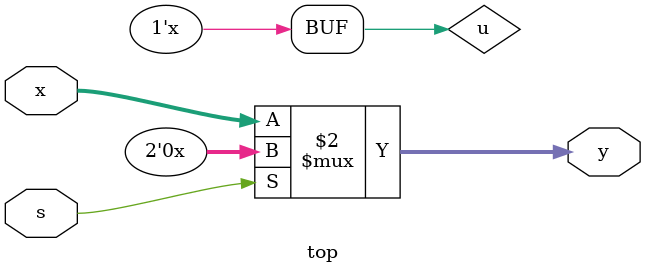
<source format=v>
`timescale 1 ns / 1 ps

module top(input s, input [1:0] x, output [1:0] y);
	wire u = 1'bx;
	assign y = s ? u : x;
	// assign y = s ? 2'b0x : x;
endmodule

</source>
